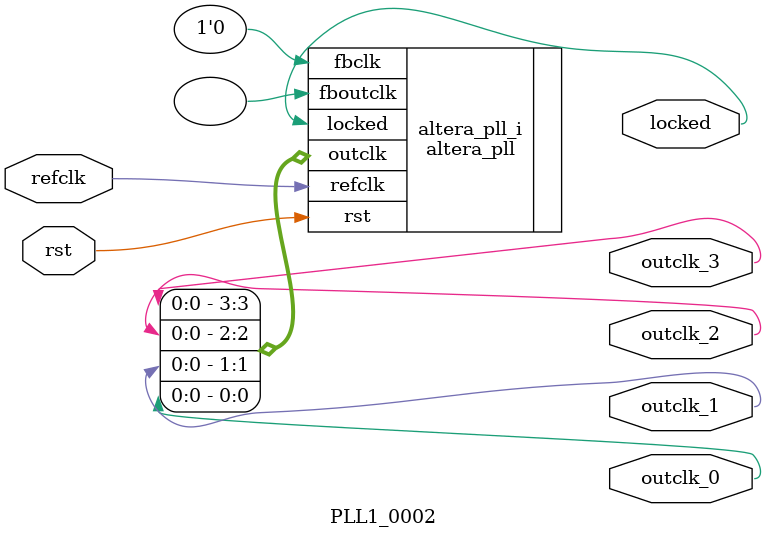
<source format=v>
`timescale 1ns/10ps
module  PLL1_0002(

	// interface 'refclk'
	input wire refclk,

	// interface 'reset'
	input wire rst,

	// interface 'outclk0'
	output wire outclk_0,

	// interface 'outclk1'
	output wire outclk_1,

	// interface 'outclk2'
	output wire outclk_2,

	// interface 'outclk3'
	output wire outclk_3,

	// interface 'locked'
	output wire locked
);

	altera_pll #(
		.fractional_vco_multiplier("false"),
		.reference_clock_frequency("100.0 MHz"),
		.operation_mode("direct"),
		.number_of_clocks(4),
		.output_clock_frequency0("100.000000 MHz"),
		.phase_shift0("0 ps"),
		.duty_cycle0(50),
		.output_clock_frequency1("50.000000 MHz"),
		.phase_shift1("0 ps"),
		.duty_cycle1(50),
		.output_clock_frequency2("10.000000 MHz"),
		.phase_shift2("0 ps"),
		.duty_cycle2(50),
		.output_clock_frequency3("5.000000 MHz"),
		.phase_shift3("0 ps"),
		.duty_cycle3(50),
		.output_clock_frequency4("0 MHz"),
		.phase_shift4("0 ps"),
		.duty_cycle4(50),
		.output_clock_frequency5("0 MHz"),
		.phase_shift5("0 ps"),
		.duty_cycle5(50),
		.output_clock_frequency6("0 MHz"),
		.phase_shift6("0 ps"),
		.duty_cycle6(50),
		.output_clock_frequency7("0 MHz"),
		.phase_shift7("0 ps"),
		.duty_cycle7(50),
		.output_clock_frequency8("0 MHz"),
		.phase_shift8("0 ps"),
		.duty_cycle8(50),
		.output_clock_frequency9("0 MHz"),
		.phase_shift9("0 ps"),
		.duty_cycle9(50),
		.output_clock_frequency10("0 MHz"),
		.phase_shift10("0 ps"),
		.duty_cycle10(50),
		.output_clock_frequency11("0 MHz"),
		.phase_shift11("0 ps"),
		.duty_cycle11(50),
		.output_clock_frequency12("0 MHz"),
		.phase_shift12("0 ps"),
		.duty_cycle12(50),
		.output_clock_frequency13("0 MHz"),
		.phase_shift13("0 ps"),
		.duty_cycle13(50),
		.output_clock_frequency14("0 MHz"),
		.phase_shift14("0 ps"),
		.duty_cycle14(50),
		.output_clock_frequency15("0 MHz"),
		.phase_shift15("0 ps"),
		.duty_cycle15(50),
		.output_clock_frequency16("0 MHz"),
		.phase_shift16("0 ps"),
		.duty_cycle16(50),
		.output_clock_frequency17("0 MHz"),
		.phase_shift17("0 ps"),
		.duty_cycle17(50),
		.pll_type("General"),
		.pll_subtype("General")
	) altera_pll_i (
		.rst	(rst),
		.outclk	({outclk_3, outclk_2, outclk_1, outclk_0}),
		.locked	(locked),
		.fboutclk	( ),
		.fbclk	(1'b0),
		.refclk	(refclk)
	);
endmodule


</source>
